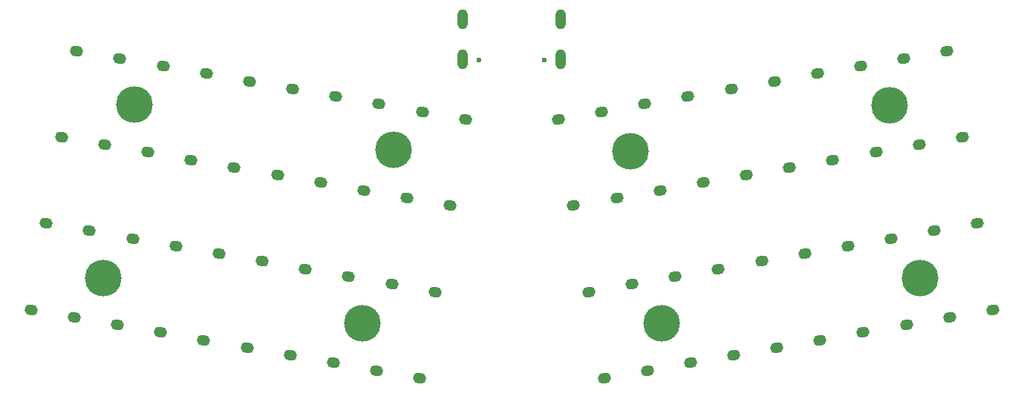
<source format=gbr>
%TF.GenerationSoftware,KiCad,Pcbnew,7.0.8*%
%TF.CreationDate,2023-12-09T20:05:49-06:00*%
%TF.ProjectId,lemmingz40,6c656d6d-696e-4677-9a34-302e6b696361,rev?*%
%TF.SameCoordinates,Original*%
%TF.FileFunction,Soldermask,Top*%
%TF.FilePolarity,Negative*%
%FSLAX46Y46*%
G04 Gerber Fmt 4.6, Leading zero omitted, Abs format (unit mm)*
G04 Created by KiCad (PCBNEW 7.0.8) date 2023-12-09 20:05:49*
%MOMM*%
%LPD*%
G01*
G04 APERTURE LIST*
G04 Aperture macros list*
%AMHorizOval*
0 Thick line with rounded ends*
0 $1 width*
0 $2 $3 position (X,Y) of the first rounded end (center of the circle)*
0 $4 $5 position (X,Y) of the second rounded end (center of the circle)*
0 Add line between two ends*
20,1,$1,$2,$3,$4,$5,0*
0 Add two circle primitives to create the rounded ends*
1,1,$1,$2,$3*
1,1,$1,$4,$5*%
G04 Aperture macros list end*
%ADD10HorizOval,1.224000X0.147721X0.026047X-0.147721X-0.026047X0*%
%ADD11HorizOval,1.224000X0.147721X-0.026047X-0.147721X0.026047X0*%
%ADD12C,4.190000*%
%ADD13C,0.600000*%
%ADD14O,1.200000X2.300000*%
G04 APERTURE END LIST*
D10*
%TO.C,SW2*%
X137386395Y-41011661D03*
X142310433Y-40143421D03*
%TD*%
%TO.C,SW32*%
X142595844Y-70555894D03*
X147519882Y-69687654D03*
%TD*%
%TO.C,SW10*%
X97994083Y-47957589D03*
X102918121Y-47089349D03*
%TD*%
%TO.C,SW20*%
X99730567Y-57805662D03*
X104654605Y-56937422D03*
%TD*%
%TO.C,SW8*%
X107842164Y-46221106D03*
X112766202Y-45352866D03*
%TD*%
D11*
%TO.C,SW19*%
X80730564Y-56937423D03*
X85654602Y-57805663D03*
%TD*%
D10*
%TO.C,SW38*%
X113051609Y-75765337D03*
X117975647Y-74897097D03*
%TD*%
D11*
%TO.C,SW15*%
X61034414Y-53464462D03*
X65958452Y-54332702D03*
%TD*%
%TO.C,SW21*%
X39601775Y-59839575D03*
X44525813Y-60707815D03*
%TD*%
%TO.C,SW1*%
X43074739Y-40143419D03*
X47998777Y-41011659D03*
%TD*%
D10*
%TO.C,SW36*%
X122899685Y-74028858D03*
X127823723Y-73160618D03*
%TD*%
D11*
%TO.C,SW29*%
X78994084Y-66785503D03*
X83918122Y-67653743D03*
%TD*%
%TO.C,SW25*%
X59297929Y-63312541D03*
X64221967Y-64180781D03*
%TD*%
%TO.C,SW31*%
X37865294Y-69687654D03*
X42789332Y-70555894D03*
%TD*%
%TO.C,SW11*%
X41338256Y-49991500D03*
X46262294Y-50859740D03*
%TD*%
%TO.C,SW13*%
X51186331Y-51727978D03*
X56110369Y-52596218D03*
%TD*%
D10*
%TO.C,SW4*%
X127538315Y-42748140D03*
X132462353Y-41879900D03*
%TD*%
%TO.C,SW34*%
X132747760Y-72292377D03*
X137671798Y-71424137D03*
%TD*%
D11*
%TO.C,SW17*%
X70882489Y-55200946D03*
X75806527Y-56069186D03*
%TD*%
D10*
%TO.C,SW18*%
X109578643Y-56069184D03*
X114502681Y-55200944D03*
%TD*%
D11*
%TO.C,SW33*%
X47713371Y-71424136D03*
X52637409Y-72292376D03*
%TD*%
D10*
%TO.C,SW40*%
X103203531Y-77501822D03*
X108127569Y-76633582D03*
%TD*%
%TO.C,SW30*%
X101467049Y-67653740D03*
X106391087Y-66785500D03*
%TD*%
D11*
%TO.C,SW7*%
X72618969Y-45352868D03*
X77543007Y-46221108D03*
%TD*%
D10*
%TO.C,SW14*%
X129274800Y-52596219D03*
X134198838Y-51727979D03*
%TD*%
%TO.C,SW12*%
X139122877Y-50859737D03*
X144046915Y-49991497D03*
%TD*%
D11*
%TO.C,SW5*%
X62770893Y-43616386D03*
X67694931Y-44484626D03*
%TD*%
%TO.C,SW3*%
X52922816Y-41879903D03*
X57846854Y-42748143D03*
%TD*%
D10*
%TO.C,SW24*%
X131011282Y-62444298D03*
X135935320Y-61576058D03*
%TD*%
%TO.C,SW16*%
X119426719Y-54332702D03*
X124350757Y-53464462D03*
%TD*%
%TO.C,SW28*%
X111315126Y-65917262D03*
X116239164Y-65049022D03*
%TD*%
D11*
%TO.C,SW37*%
X67409523Y-74897101D03*
X72333561Y-75765341D03*
%TD*%
%TO.C,SW9*%
X82467050Y-47089348D03*
X87391088Y-47957588D03*
%TD*%
%TO.C,SW39*%
X77257603Y-76633582D03*
X82181641Y-77501822D03*
%TD*%
D10*
%TO.C,SW26*%
X121163203Y-64180781D03*
X126087241Y-63312541D03*
%TD*%
%TO.C,SW22*%
X140859359Y-60707817D03*
X145783397Y-59839577D03*
%TD*%
D11*
%TO.C,SW23*%
X49449856Y-61576054D03*
X54373894Y-62444294D03*
%TD*%
%TO.C,SW27*%
X69146007Y-65049023D03*
X74070045Y-65917263D03*
%TD*%
%TO.C,SW35*%
X57561445Y-73160615D03*
X62485483Y-74028855D03*
%TD*%
D10*
%TO.C,SW6*%
X117690239Y-44484625D03*
X122614277Y-43616385D03*
%TD*%
D12*
%TO.C,H3*%
X46119592Y-66065976D03*
%TD*%
%TO.C,H6*%
X135792617Y-46369820D03*
%TD*%
%TO.C,H2*%
X79157630Y-51461058D03*
%TD*%
%TO.C,H1*%
X49613397Y-46251616D03*
%TD*%
D13*
%TO.C,J1*%
X88910012Y-41184151D03*
X96410012Y-41184151D03*
D14*
X87085012Y-41104151D03*
X98235012Y-41104151D03*
X87085012Y-36504151D03*
X98235012Y-36504151D03*
%TD*%
D12*
%TO.C,H4*%
X75663823Y-71275424D03*
%TD*%
%TO.C,H7*%
X109721346Y-71275421D03*
%TD*%
%TO.C,H8*%
X139265580Y-66065975D03*
%TD*%
%TO.C,H5*%
X106248381Y-51579265D03*
%TD*%
M02*

</source>
